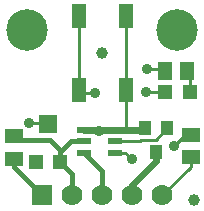
<source format=gbr>
G04 EAGLE Gerber RS-274X export*
G75*
%MOMM*%
%FSLAX34Y34*%
%LPD*%
%INTop Copper*%
%IPPOS*%
%AMOC8*
5,1,8,0,0,1.08239X$1,22.5*%
G01*
%ADD10C,1.000000*%
%ADD11C,3.516000*%
%ADD12R,1.778000X1.778000*%
%ADD13C,1.778000*%
%ADD14R,1.200000X0.550000*%
%ADD15R,1.600000X1.500000*%
%ADD16R,1.200000X1.200000*%
%ADD17R,1.200000X2.000000*%
%ADD18R,1.000000X1.200000*%
%ADD19R,1.240000X1.500000*%
%ADD20R,1.500000X1.240000*%
%ADD21C,0.254000*%
%ADD22C,0.906400*%
%ADD23C,0.406400*%
%ADD24C,0.609600*%


D10*
X73660Y142240D03*
X151130Y17780D03*
D11*
X137160Y161290D03*
X10160Y161290D03*
D12*
X22860Y21590D03*
D13*
X48260Y21590D03*
X73660Y21590D03*
X99060Y21590D03*
X124460Y21590D03*
D14*
X58120Y76810D03*
X58120Y67310D03*
X58120Y57810D03*
X84120Y57810D03*
X84120Y67310D03*
X84120Y76810D03*
D15*
X27940Y82445D03*
D16*
X17940Y49945D03*
X37940Y49945D03*
D17*
X93660Y173240D03*
X93660Y111240D03*
X53660Y111240D03*
X53660Y173240D03*
D18*
X119380Y58580D03*
X109880Y78580D03*
X128880Y78580D03*
D16*
X147660Y109220D03*
X126660Y109220D03*
D19*
X126390Y127000D03*
X145390Y127000D03*
D20*
X148590Y73000D03*
X148590Y54000D03*
X-1270Y52730D03*
X-1270Y71730D03*
D21*
X125120Y128270D02*
X126390Y127000D01*
X125120Y128270D02*
X111760Y128270D01*
D22*
X111760Y128270D03*
D23*
X1880Y68580D02*
X-1270Y71730D01*
X1880Y68580D02*
X29210Y68580D01*
X37940Y59850D01*
X37940Y58420D01*
X37940Y49945D01*
X46830Y67310D02*
X58120Y67310D01*
X46830Y67310D02*
X37940Y58420D01*
X37940Y49945D02*
X48260Y39625D01*
X48260Y21590D01*
D21*
X144120Y73000D02*
X148590Y73000D01*
X144120Y73000D02*
X134620Y63500D01*
D22*
X134620Y63500D03*
D21*
X93320Y57810D02*
X84120Y57810D01*
X93320Y57810D02*
X99060Y52070D01*
D22*
X99060Y52070D03*
D21*
X148590Y54000D02*
X148590Y45720D01*
X124460Y21590D01*
X93660Y111240D02*
X93660Y173240D01*
D22*
X71120Y76200D03*
D24*
X71120Y76810D02*
X84120Y76810D01*
X71120Y76810D02*
X58120Y76810D01*
X71120Y76810D02*
X71120Y76200D01*
X84120Y76810D02*
X93980Y76810D01*
X108110Y76810D01*
D23*
X109880Y78580D01*
X-1270Y52730D02*
X-1270Y45720D01*
X22860Y21590D01*
D21*
X93660Y77130D02*
X93660Y111240D01*
X93660Y77130D02*
X93980Y76810D01*
D23*
X73660Y42270D02*
X58120Y57810D01*
D22*
X67310Y107950D03*
D21*
X53660Y116840D02*
X53660Y173240D01*
X53660Y116840D02*
X53660Y111240D01*
X53660Y116840D02*
X54930Y118110D01*
D23*
X73660Y42270D02*
X73660Y21590D01*
D21*
X67310Y107950D02*
X53660Y107950D01*
X53660Y111240D01*
D22*
X11430Y82550D03*
D21*
X27940Y82445D02*
X27940Y82550D01*
X11430Y82550D01*
X84120Y67310D02*
X105410Y67310D01*
X106680Y68580D01*
X118880Y68580D01*
X128880Y78580D01*
D24*
X119380Y58580D02*
X119380Y50800D01*
X99060Y30480D01*
X99060Y21590D01*
D21*
X145390Y127000D02*
X147660Y127000D01*
X147660Y109220D01*
X126660Y109220D02*
X110490Y109220D01*
D22*
X110490Y109220D03*
M02*

</source>
